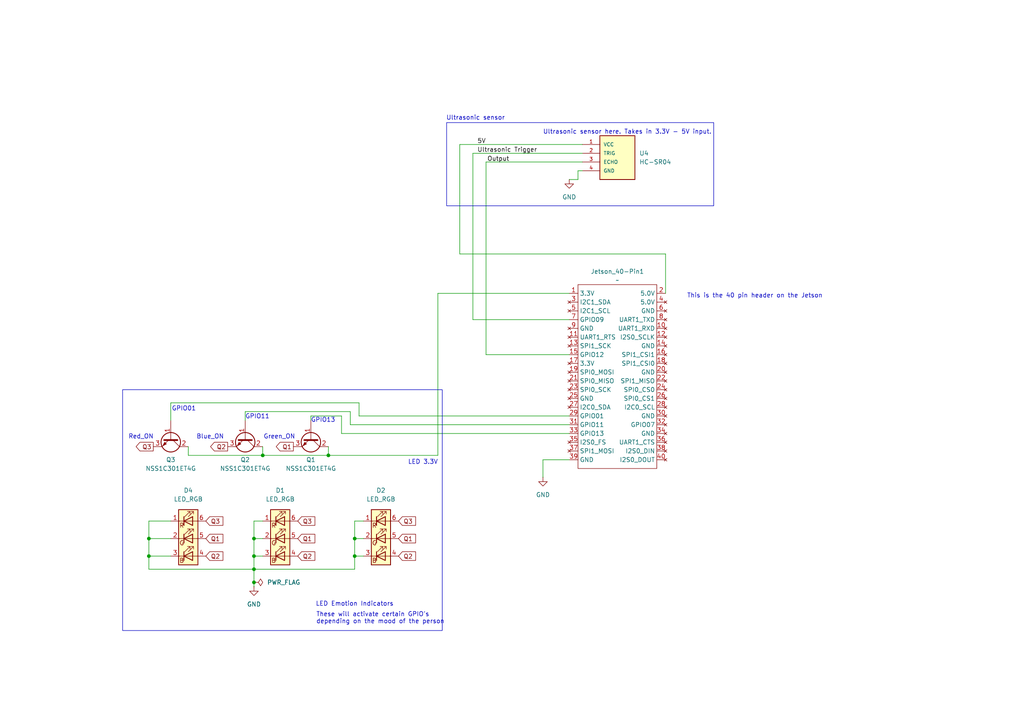
<source format=kicad_sch>
(kicad_sch (version 20231120) (generator "eeschema") (generator_version "8.0")
  (paper "A4")
  (title_block (title "Emotion-Adaptive-Smart-Home") (date "2024-11-06") (rev "3") (company "411 Group 6") (comment 1 "Kamal Smith") (comment 2 "Kilo Bao") (comment 3 "Luan Nguyen") (comment 4 "Samuel Shen"))
  (lib_symbols
    (symbol "Device:LED_RGB" (pin_names (offset 0) hide)
      (property "Reference" "D" (at 0 9.398 0))
      (property "Value" "LED_RGB" (at 0 -8.89 0))
      (symbol "LED_RGB_0_0"
        (text "B" (at -1.905 -6.35 0) (effects (font (size 1.27 1.27))))
        (text "G" (at -1.905 -1.27 0) (effects (font (size 1.27 1.27))))
        (text "R" (at -1.905 3.81 0) (effects (font (size 1.27 1.27))))
      )
      (symbol "LED_RGB_0_1"
        (polyline (pts (xy -1.27 -5.08) (xy -2.54 -5.08)))
        (polyline (pts (xy -1.27 -5.08) (xy 1.27 -5.08)))
        (polyline (pts (xy -1.27 -3.81) (xy -1.27 -6.35)) (stroke (width 0.254)))
        (polyline (pts (xy -1.27 0) (xy -2.54 0)))
        (polyline (pts (xy -1.27 1.27) (xy -1.27 -1.27)) (stroke (width 0.254)))
        (polyline (pts (xy -1.27 5.08) (xy -2.54 5.08)))
        (polyline (pts (xy -1.27 5.08) (xy 1.27 5.08)))
        (polyline (pts (xy -1.27 6.35) (xy -1.27 3.81)) (stroke (width 0.254)))
        (polyline (pts (xy 1.27 -5.08) (xy 2.54 -5.08)))
        (polyline (pts (xy 1.27 0) (xy -1.27 0)))
        (polyline (pts (xy 1.27 0) (xy 2.54 0)))
        (polyline (pts (xy 1.27 5.08) (xy 2.54 5.08)))
        (polyline (pts (xy -1.27 1.27) (xy -1.27 -1.27) (xy -1.27 -1.27)))
        (polyline (pts (xy -1.27 6.35) (xy -1.27 3.81) (xy -1.27 3.81)))
        (polyline (pts (xy 1.27 -3.81) (xy 1.27 -6.35) (xy -1.27 -5.08) (xy 1.27 -3.81)) (stroke (width 0.254)))
        (polyline (pts (xy 1.27 1.27) (xy 1.27 -1.27) (xy -1.27 0) (xy 1.27 1.27)) (stroke (width 0.254)))
        (polyline (pts (xy 1.27 6.35) (xy 1.27 3.81) (xy -1.27 5.08) (xy 1.27 6.35)) (stroke (width 0.254)))
        (polyline (pts (xy -1.016 -3.81) (xy 0.508 -2.286) (xy -0.254 -2.286) (xy 0.508 -2.286) (xy 0.508 -3.048)))
        (polyline (pts (xy -1.016 1.27) (xy 0.508 2.794) (xy -0.254 2.794) (xy 0.508 2.794) (xy 0.508 2.032)))
        (polyline (pts (xy -1.016 6.35) (xy 0.508 7.874) (xy -0.254 7.874) (xy 0.508 7.874) (xy 0.508 7.112)))
        (polyline (pts (xy 0 -3.81) (xy 1.524 -2.286) (xy 0.762 -2.286) (xy 1.524 -2.286) (xy 1.524 -3.048)))
        (polyline (pts (xy 0 1.27) (xy 1.524 2.794) (xy 0.762 2.794) (xy 1.524 2.794) (xy 1.524 2.032)))
        (polyline (pts (xy 0 6.35) (xy 1.524 7.874) (xy 0.762 7.874) (xy 1.524 7.874) (xy 1.524 7.112)))
        (rectangle (start 1.27 -1.27) (end 1.27 1.27))
        (rectangle (start 1.27 1.27) (end 1.27 1.27))
        (rectangle (start 1.27 3.81) (end 1.27 6.35))
        (rectangle (start 1.27 6.35) (end 1.27 6.35))
        (rectangle (start 2.794 8.382) (end -2.794 -7.62) (stroke (width 0.254)) (fill (type background)))
      )
      (symbol "LED_RGB_1_1"
        (pin passive line (at -5.08 5.08 0) (length 2.54) (name "RK") (number "1"))
        (pin passive line (at -5.08 0 0) (length 2.54) (name "GK") (number "2"))
        (pin passive line (at -5.08 -5.08 0) (length 2.54) (name "BK") (number "3"))
        (pin passive line (at 5.08 -5.08 180) (length 2.54) (name "BA") (number "4"))
        (pin passive line (at 5.08 0 180) (length 2.54) (name "GA") (number "5"))
        (pin passive line (at 5.08 5.08 180) (length 2.54) (name "RA") (number "6"))
      )
    )
    (symbol "Device:Q_NPN_BCE" (pin_names (offset 0) hide)
      (property "Reference" "Q3" (at 6.35 0 90))
      (property "Value" "NSS1C301ET4G" (at 8.89 0 90))
      (symbol "Q_NPN_BCE_0_1"
        (polyline (pts (xy 0.635 0.635) (xy 2.54 2.54)))
        (polyline (pts (xy 0.635 -0.635) (xy 2.54 -2.54) (xy 2.54 -2.54)))
        (polyline (pts (xy 0.635 1.905) (xy 0.635 -1.905) (xy 0.635 -1.905)) (stroke (width 0.508)))
        (polyline (pts (xy 1.27 -1.778) (xy 1.778 -1.27) (xy 2.286 -2.286) (xy 1.27 -1.778) (xy 1.27 -1.778)) (fill (type outline)))
        (circle (center 1.27 0) (radius 2.8194) (stroke (width 0.254)))
      )
      (symbol "Q_NPN_BCE_1_1"
        (pin input line (at -5.08 0 0) (length 5.715) (name "B") (number "1"))
        (pin passive line (at 2.54 5.08 270) (length 2.54) (name "C") (number "2"))
        (pin passive line (at 2.54 -5.08 90) (length 2.54) (name "E") (number "3"))
      )
    )
    (symbol "HC-SR04:HC-SR04" (pin_names (offset 1.016))
      (property "Reference" "U" (at 0 5.0813 0))
      (property "Value" "HC-SR04" (at 0 -10.163 0))
      (symbol "HC-SR04_0_0"
        (rectangle (start 0 -7.62) (end 10.16 5.08) (stroke (width 0.254)) (fill (type background)))
        (pin power_in line (at -5.08 2.54 0) (length 5.08) (name "VCC") (number "1"))
        (pin bidirectional line (at -5.08 0 0) (length 5.08) (name "TRIG") (number "2"))
        (pin bidirectional line (at -5.08 -2.54 0) (length 5.08) (name "ECHO") (number "3"))
        (pin power_in line (at -5.08 -5.08 0) (length 5.08) (name "GND") (number "4"))
      )
    )
    (symbol "JetsonNano40pin_1"
      (property "Reference" "Jetson_40-Pin1" (at 0 44.45 0))
      (property "Value" "~" (at 0 41.91 0))
      (symbol "JetsonNano40pin_1_0_0"
        (pin input line (at -13.97 -10.16 0) (length 2.54) (name "GND") (number "39"))
      )
      (symbol "JetsonNano40pin_1_1_0"
        (pin power_out line (at -13.97 38.1 0) (length 2.54) (name "3.3V") (number "1"))
        (pin no_connect line (at 13.97 27.94 180) (length 2.54) (name "UART1_RXD") (number "10"))
        (pin no_connect line (at -13.97 25.4 0) (length 2.54) (name "UART1_RTS") (number "11"))
        (pin no_connect line (at 13.97 25.4 180) (length 2.54) (name "I2S0_SCLK") (number "12"))
        (pin no_connect line (at -13.97 22.86 0) (length 2.54) (name "SPI1_SCK") (number "13"))
        (pin no_connect line (at 13.97 22.86 180) (length 2.54) (name "GND") (number "14"))
        (pin bidirectional line (at -13.97 20.32 0) (length 2.54) (name "GPIO12") (number "15"))
        (pin no_connect line (at 13.97 20.32 180) (length 2.54) (name "SPI1_CSI1") (number "16"))
        (pin no_connect line (at -13.97 17.78 0) (length 2.54) (name "3.3V") (number "17"))
        (pin no_connect line (at 13.97 17.78 180) (length 2.54) (name "SPI1_CSI0") (number "18"))
        (pin no_connect line (at -13.97 15.24 0) (length 2.54) (name "SPI0_MOSI") (number "19"))
        (pin power_out line (at 13.97 38.1 180) (length 2.54) (name "5.0V") (number "2"))
        (pin no_connect line (at 13.97 15.24 180) (length 2.54) (name "GND") (number "20"))
        (pin no_connect line (at -13.97 12.7 0) (length 2.54) (name "SPI0_MISO") (number "21"))
        (pin no_connect line (at 13.97 12.7 180) (length 2.54) (name "SPI1_MISO") (number "22"))
        (pin no_connect line (at -13.97 10.16 0) (length 2.54) (name "SPI0_SCK") (number "23"))
        (pin no_connect line (at 13.97 10.16 180) (length 2.54) (name "SPI0_CS0") (number "24"))
        (pin no_connect line (at -13.97 7.62 0) (length 2.54) (name "GND") (number "25"))
        (pin no_connect line (at 13.97 7.62 180) (length 2.54) (name "SPI0_CS1") (number "26"))
        (pin no_connect line (at -13.97 5.08 0) (length 2.54) (name "I2C0_SDA") (number "27"))
        (pin no_connect line (at 13.97 5.08 180) (length 2.54) (name "I2C0_SCL") (number "28"))
        (pin bidirectional line (at -13.97 2.54 0) (length 2.54) (name "GPIO01") (number "29"))
        (pin no_connect line (at -13.97 35.56 0) (length 2.54) (name "I2C1_SDA") (number "3"))
        (pin no_connect line (at 13.97 2.54 180) (length 2.54) (name "GND") (number "30"))
        (pin bidirectional line (at -13.97 0 0) (length 2.54) (name "GPIO11") (number "31"))
        (pin no_connect line (at 13.97 0 180) (length 2.54) (name "GPIO07") (number "32"))
        (pin bidirectional line (at -13.97 -2.54 0) (length 2.54) (name "GPIO13") (number "33"))
        (pin no_connect line (at 13.97 -2.54 180) (length 2.54) (name "GND") (number "34"))
        (pin no_connect line (at -13.97 -5.08 0) (length 2.54) (name "I2S0_FS") (number "35"))
        (pin no_connect line (at 13.97 -5.08 180) (length 2.54) (name "UART1_CTS") (number "36"))
        (pin no_connect line (at -13.97 -7.62 0) (length 2.54) (name "SPI1_MOSI") (number "37"))
        (pin no_connect line (at 13.97 -7.62 180) (length 2.54) (name "I2S0_DIN") (number "38"))
        (pin no_connect line (at 13.97 35.56 180) (length 2.54) (name "5.0V") (number "4"))
        (pin no_connect line (at 13.97 -10.16 180) (length 2.54) (name "I2S0_DOUT") (number "40"))
        (pin no_connect line (at -13.97 33.02 0) (length 2.54) (name "I2C1_SCL") (number "5"))
        (pin no_connect line (at 13.97 33.02 180) (length 2.54) (name "GND") (number "6"))
        (pin bidirectional line (at -13.97 30.48 0) (length 2.54) (name "GPIO09") (number "7"))
        (pin no_connect line (at 13.97 30.48 180) (length 2.54) (name "UART1_TXD") (number "8"))
        (pin no_connect line (at -13.97 27.94 0) (length 2.54) (name "GND") (number "9"))
      )
      (symbol "JetsonNano40pin_1_1_1"
        (rectangle (start -11.43 40.64) (end 11.43 -12.7))
      )
    )
    (symbol "Q_NPN_BCE_1" (pin_names (offset 0) hide)
      (property "Reference" "Q2" (at 6.35 0 90))
      (property "Value" "NSS1C301ET4G" (at 8.89 0 90))
      (symbol "Q_NPN_BCE_1_0_1"
        (polyline (pts (xy 0.635 0.635) (xy 2.54 2.54)))
        (polyline (pts (xy 0.635 -0.635) (xy 2.54 -2.54) (xy 2.54 -2.54)))
        (polyline (pts (xy 0.635 1.905) (xy 0.635 -1.905) (xy 0.635 -1.905)) (stroke (width 0.508)))
        (polyline (pts (xy 1.27 -1.778) (xy 1.778 -1.27) (xy 2.286 -2.286) (xy 1.27 -1.778) (xy 1.27 -1.778)) (fill (type outline)))
        (circle (center 1.27 0) (radius 2.8194) (stroke (width 0.254)))
      )
      (symbol "Q_NPN_BCE_1_1_1"
        (pin input line (at -5.08 0 0) (length 5.715) (name "B") (number "1"))
        (pin passive line (at 2.54 5.08 270) (length 2.54) (name "C") (number "2"))
        (pin passive line (at 2.54 -5.08 90) (length 2.54) (name "E") (number "3"))
      )
    )
    (symbol "Q_NPN_BCE_2" (pin_names (offset 0) hide)
      (property "Reference" "Q1" (at 6.35 0 90))
      (property "Value" "NSS1C301ET4G" (at 8.89 0 90))
      (symbol "Q_NPN_BCE_2_0_1"
        (polyline (pts (xy 0.635 0.635) (xy 2.54 2.54)))
        (polyline (pts (xy 0.635 -0.635) (xy 2.54 -2.54) (xy 2.54 -2.54)))
        (polyline (pts (xy 0.635 1.905) (xy 0.635 -1.905) (xy 0.635 -1.905)) (stroke (width 0.508)))
        (polyline (pts (xy 1.27 -1.778) (xy 1.778 -1.27) (xy 2.286 -2.286) (xy 1.27 -1.778) (xy 1.27 -1.778)) (fill (type outline)))
        (circle (center 1.27 0) (radius 2.8194) (stroke (width 0.254)))
      )
      (symbol "Q_NPN_BCE_2_1_1"
        (pin input line (at -5.08 0 0) (length 5.715) (name "B") (number "1"))
        (pin passive line (at 2.54 5.08 270) (length 2.54) (name "C") (number "2"))
        (pin passive line (at 2.54 -5.08 90) (length 2.54) (name "E") (number "3"))
      )
    )
    (symbol "power:GND" (power) (pin_numbers hide) (pin_names (offset 0) hide)
      (property "Value" "GND" (at 0 -3.81 0))
      (symbol "GND_0_1"
        (polyline (pts (xy 0 0) (xy 0 -1.27) (xy 1.27 -1.27) (xy 0 -2.54) (xy -1.27 -1.27) (xy 0 -1.27)))
      )
      (symbol "GND_1_1"
        (pin power_in line (at 0 0 270) (length 0) (name "~") (number "1"))
      )
    )
    (symbol "power:PWR_FLAG" (power) (pin_numbers hide) (pin_names (offset 0) hide)
      (property "Value" "PWR_FLAG" (at 0 3.81 0))
      (symbol "PWR_FLAG_0_0"
        (pin power_out line (at 0 0 90) (length 0) (name "~") (number "1"))
      )
      (symbol "PWR_FLAG_0_1"
        (polyline (pts (xy 0 0) (xy 0 1.27) (xy -1.016 1.905) (xy 0 2.54) (xy 1.016 1.905) (xy 0 1.27)))
      )
    )
  )
  (junction (at 73.66 161.29))
  (junction (at 73.66 156.21))
  (junction (at 43.18 161.29))
  (junction (at 73.66 168.91))
  (junction (at 43.18 156.21))
  (junction (at 95.25 132.08))
  (junction (at 102.87 156.21))
  (junction (at 76.2 132.08))
  (junction (at 73.66 165.1))
  (junction (at 102.87 161.29))
  (wire (pts (xy 140.97 46.99) (xy 140.97 102.87)))
  (wire (pts (xy 165.1 120.65) (xy 104.14 120.65)))
  (wire (pts (xy 168.91 41.91) (xy 133.35 41.91)))
  (wire (pts (xy 43.18 161.29) (xy 43.18 165.1)))
  (wire (pts (xy 43.18 151.13) (xy 43.18 156.21)))
  (wire (pts (xy 157.48 133.35) (xy 157.48 138.43)))
  (wire (pts (xy 71.12 119.38) (xy 71.12 121.92)))
  (wire (pts (xy 43.18 165.1) (xy 73.66 165.1)))
  (wire (pts (xy 101.6 119.38) (xy 71.12 119.38)))
  (wire (pts (xy 95.25 129.54) (xy 95.25 132.08)))
  (wire (pts (xy 73.66 170.18) (xy 73.66 168.91)))
  (wire (pts (xy 193.04 73.66) (xy 193.04 85.09)))
  (wire (pts (xy 133.35 73.66) (xy 193.04 73.66)))
  (wire (pts (xy 165.1 125.73) (xy 99.06 125.73)))
  (wire (pts (xy 168.91 46.99) (xy 140.97 46.99)))
  (wire (pts (xy 167.64 49.53) (xy 168.91 49.53)))
  (wire (pts (xy 73.66 161.29) (xy 76.2 161.29)))
  (wire (pts (xy 76.2 156.21) (xy 73.66 156.21)))
  (wire (pts (xy 90.17 120.65) (xy 90.17 121.92)))
  (wire (pts (xy 127 85.09) (xy 127 132.08)))
  (wire (pts (xy 102.87 151.13) (xy 102.87 156.21)))
  (wire (pts (xy 137.16 44.45) (xy 137.16 92.71)))
  (wire (pts (xy 165.1 85.09) (xy 127 85.09)))
  (wire (pts (xy 104.14 116.84) (xy 49.53 116.84)))
  (wire (pts (xy 95.25 132.08) (xy 76.2 132.08)))
  (wire (pts (xy 105.41 156.21) (xy 102.87 156.21)))
  (wire (pts (xy 54.61 132.08) (xy 76.2 132.08)))
  (wire (pts (xy 140.97 102.87) (xy 165.1 102.87)))
  (wire (pts (xy 54.61 129.54) (xy 54.61 132.08)))
  (wire (pts (xy 99.06 120.65) (xy 90.17 120.65)))
  (wire (pts (xy 102.87 165.1) (xy 73.66 165.1)))
  (wire (pts (xy 49.53 116.84) (xy 49.53 121.92)))
  (wire (pts (xy 133.35 41.91) (xy 133.35 73.66)))
  (wire (pts (xy 76.2 151.13) (xy 73.66 151.13)))
  (wire (pts (xy 157.48 133.35) (xy 165.1 133.35)))
  (wire (pts (xy 102.87 161.29) (xy 102.87 165.1)))
  (wire (pts (xy 43.18 156.21) (xy 43.18 161.29)))
  (wire (pts (xy 165.1 123.19) (xy 101.6 123.19)))
  (wire (pts (xy 43.18 156.21) (xy 49.53 156.21)))
  (wire (pts (xy 167.64 49.53) (xy 167.64 52.07)))
  (wire (pts (xy 73.66 156.21) (xy 73.66 161.29)))
  (wire (pts (xy 102.87 161.29) (xy 105.41 161.29)))
  (wire (pts (xy 127 132.08) (xy 95.25 132.08)))
  (wire (pts (xy 49.53 151.13) (xy 43.18 151.13)))
  (wire (pts (xy 73.66 151.13) (xy 73.66 156.21)))
  (wire (pts (xy 137.16 92.71) (xy 165.1 92.71)))
  (wire (pts (xy 43.18 161.29) (xy 49.53 161.29)))
  (wire (pts (xy 167.64 52.07) (xy 165.1 52.07)))
  (wire (pts (xy 104.14 120.65) (xy 104.14 116.84)))
  (wire (pts (xy 76.2 129.54) (xy 76.2 132.08)))
  (wire (pts (xy 99.06 125.73) (xy 99.06 120.65)))
  (wire (pts (xy 102.87 156.21) (xy 102.87 161.29)))
  (wire (pts (xy 105.41 151.13) (xy 102.87 151.13)))
  (wire (pts (xy 73.66 168.91) (xy 73.66 165.1)))
  (wire (pts (xy 73.66 165.1) (xy 73.66 161.29)))
  (wire (pts (xy 101.6 123.19) (xy 101.6 119.38)))
  (wire (pts (xy 168.91 44.45) (xy 137.16 44.45)))
  (rectangle (start 129.54 35.56) (end 207.01 59.69))
  (rectangle (start 35.56 113.03) (end 128.27 182.88))
  (text "GPIO11" (at 74.676 120.904 0) (effects (font (size 1.27 1.27))))
  (text "GPIO13" (at 93.726 121.92 0) (effects (font (size 1.27 1.27))))
  (text "This is the 40 pin header on the Jetson\n" (at 218.948 85.852 0) (effects (font (size 1.27 1.27))))
  (text "Ultrasonic sensor here. Takes in 3.3V - 5V input." (at 157.48 38.354 0) (effects (font (size 1.27 1.27)) (justify left)))
  (text "Blue_ON\n\n" (at 60.96 127.762 0) (effects (font (size 1.27 1.27))))
  (text "LED Emotion Indicators" (at 102.87 175.26 0) (effects (font (size 1.27 1.27))))
  (text "Ultrasonic sensor " (at 138.43 34.29 0) (effects (font (size 1.27 1.27))))
  (text "LED 3.3V" (at 122.682 134.112 0) (effects (font (size 1.27 1.27))))
  (text "These will activate certain GPIO's\ndepending on the mood of the person" (at 91.694 179.324 0) (effects (font (size 1.27 1.27)) (justify left)))
  (text "Green_ON" (at 81.026 126.746 0) (effects (font (size 1.27 1.27))))
  (text "Output\n" (at 144.526 46.228 0) (effects (font (size 1.27 1.27))))
  (text "Red_ON\n\n" (at 40.894 127.762 0) (effects (font (size 1.27 1.27))))
  (text "GPIO01" (at 53.34 118.618 0) (effects (font (size 1.27 1.27))))
  (label "Ultrasonic Trigger" (at 138.43 44.45 0))
  (label "5V" (at 138.43 41.91 0))
  (global_label "Q3" (shape input) (at 86.36 151.13 0) (property "Intersheetrefs" "${INTERSHEET_REFS}" (effects (hide yes))))
  (global_label "Q3" (shape output) (at 44.45 129.54 180) (property "Intersheetrefs" "${INTERSHEET_REFS}" (effects (hide yes))))
  (global_label "Q1" (shape input) (at 59.69 156.21 0) (property "Intersheetrefs" "${INTERSHEET_REFS}" (effects (hide yes))))
  (global_label "Q3" (shape input) (at 115.57 151.13 0) (property "Intersheetrefs" "${INTERSHEET_REFS}" (effects (hide yes))))
  (global_label "Q1" (shape input) (at 86.36 156.21 0) (property "Intersheetrefs" "${INTERSHEET_REFS}" (effects (hide yes))))
  (global_label "Q2" (shape input) (at 115.57 161.29 0) (property "Intersheetrefs" "${INTERSHEET_REFS}" (effects (hide yes))))
  (global_label "Q2" (shape input) (at 59.69 161.29 0) (property "Intersheetrefs" "${INTERSHEET_REFS}" (effects (hide yes))))
  (global_label "Q2" (shape output) (at 66.04 129.54 180) (property "Intersheetrefs" "${INTERSHEET_REFS}" (effects (hide yes))))
  (global_label "Q3" (shape input) (at 59.69 151.13 0) (property "Intersheetrefs" "${INTERSHEET_REFS}" (effects (hide yes))))
  (global_label "Q1" (shape input) (at 115.57 156.21 0) (property "Intersheetrefs" "${INTERSHEET_REFS}" (effects (hide yes))))
  (global_label "Q2" (shape input) (at 86.36 161.29 0) (property "Intersheetrefs" "${INTERSHEET_REFS}" (effects (hide yes))))
  (global_label "Q1" (shape output) (at 85.09 129.54 180) (property "Intersheetrefs" "${INTERSHEET_REFS}" (effects (hide yes))))
  (symbol (lib_name "JetsonNano40pin_1") (lib_id "JetsonNano40pin:JetsonNano40pin") (at 179.07 123.19 0) (unit 1)
    (property "Reference" "Jetson_40-Pin1" (at 179.07 78.74 0))
    (property "Value" "~" (at 179.07 81.28 0))
    (property "Footprint" "Connector_PinHeader_2.54mm:PinHeader_2x40_P2.54mm_Vertical" (effects (hide yes)))
  )
  (symbol (lib_id "Device:LED_RGB") (at 81.28 156.21 0) (unit 1)
    (property "Reference" "D1" (at 81.28 142.24 0))
    (property "Value" "LED_RGB" (at 81.28 144.78 0))
    (property "Footprint" "LED_SMD:LED_RGB_5050-6" (effects (hide yes)))
    (property "Description" "RGB LED, 6 pin package" (effects (hide yes)))
  )
  (symbol (lib_id "Device:Q_NPN_BCE") (at 49.53 127 270) (unit 1)
    (property "Reference" "Q3" (at 49.53 133.35 90))
    (property "Value" "NSS1C301ET4G" (at 49.53 135.89 90))
    (property "Footprint" "NSS1C301ET4G:DPAK-4_6P22X6P73_ONS" (effects (hide yes)))
    (property "Description" "NPN transistor, base/collector/emitter" (effects (hide yes)))
  )
  (symbol (lib_id "Device:LED_RGB") (at 110.49 156.21 0) (unit 1)
    (property "Reference" "D2" (at 110.49 142.24 0))
    (property "Value" "LED_RGB" (at 110.49 144.78 0))
    (property "Footprint" "LED_SMD:LED_RGB_5050-6" (effects (hide yes)))
    (property "Description" "RGB LED, 6 pin package" (effects (hide yes)))
  )
  (symbol (lib_id "Device:LED_RGB") (at 54.61 156.21 0) (unit 1)
    (property "Reference" "D4" (at 54.61 142.24 0))
    (property "Value" "LED_RGB" (at 54.61 144.78 0))
    (property "Footprint" "LED_SMD:LED_RGB_5050-6" (effects (hide yes)))
    (property "Description" "RGB LED, 6 pin package" (effects (hide yes)))
  )
  (symbol (lib_id "HC-SR04:HC-SR04") (at 173.99 44.45 0) (unit 1)
    (property "Reference" "U4" (at 185.42 44.4499 0) (effects (justify left)))
    (property "Value" "HC-SR04" (at 185.42 46.9899 0) (effects (justify left)))
    (property "Footprint" "Connector_PinSocket_2.54mm:PinSocket_1x04_P2.54mm_Vertical" (effects (hide yes)))
    (property "MF" "SparkFun Electronics" (effects (hide yes)))
    (property "Description_1" "\n                        \n                            HC-SR04 Ultrasonic Sensor Qwiic Platform Evaluation Expansion Board\n                        \n" (effects (hide yes)))
    (property "Package" "None" (effects (hide yes)))
    (property "Price" "None" (effects (hide yes)))
    (property "Check_prices" "https://www.snapeda.com/parts/HC-SR04/SparkFun+Electronics/view-part/?ref=eda" (effects (hide yes)))
    (property "SnapEDA_Link" "https://www.snapeda.com/parts/HC-SR04/SparkFun+Electronics/view-part/?ref=snap" (effects (hide yes)))
    (property "MP" "HC-SR04" (effects (hide yes)))
    (property "Availability" "Not in stock" (effects (hide yes)))
    (property "MANUFACTURER" "Osepp" (effects (hide yes)))
  )
  (symbol (lib_id "power:GND") (at 157.48 138.43 0) (unit 1)
    (property "Reference" "#PWR017" (effects (hide yes)))
    (property "Value" "GND" (at 157.48 143.51 0))
    (property "Description" "Power symbol creates a global label with name \"GND\" , ground" (effects (hide yes)))
  )
  (symbol (lib_name "Q_NPN_BCE_1") (lib_id "Device:Q_NPN_BCE") (at 71.12 127 270) (unit 1)
    (property "Reference" "Q2" (at 71.12 133.35 90))
    (property "Value" "NSS1C301ET4G" (at 71.12 135.89 90))
    (property "Footprint" "NSS1C301ET4G:DPAK-4_6P22X6P73_ONS" (effects (hide yes)))
    (property "Description" "NPN transistor, base/collector/emitter" (effects (hide yes)))
  )
  (symbol (lib_id "power:GND") (at 165.1 52.07 0) (unit 1)
    (property "Reference" "#PWR018" (effects (hide yes)))
    (property "Value" "GND" (at 165.1 57.15 0))
    (property "Description" "Power symbol creates a global label with name \"GND\" , ground" (effects (hide yes)))
  )
  (symbol (lib_id "power:PWR_FLAG") (at 73.66 168.91 270) (unit 1)
    (property "Reference" "#FLG01" (effects (hide yes)))
    (property "Value" "PWR_FLAG" (at 77.47 168.9099 90) (effects (justify left)))
    (property "Description" "Special symbol for telling ERC where power comes from" (effects (hide yes)))
  )
  (symbol (lib_name "Q_NPN_BCE_2") (lib_id "Device:Q_NPN_BCE") (at 90.17 127 270) (unit 1)
    (property "Reference" "Q1" (at 90.17 133.35 90))
    (property "Value" "NSS1C301ET4G" (at 90.17 135.89 90))
    (property "Footprint" "NSS1C301ET4G:DPAK-4_6P22X6P73_ONS" (effects (hide yes)))
    (property "Description" "NPN transistor, base/collector/emitter" (effects (hide yes)))
  )
  (symbol (lib_id "power:GND") (at 73.66 170.18 0) (unit 1)
    (property "Reference" "#PWR01" (effects (hide yes)))
    (property "Value" "GND" (at 73.66 175.26 0))
    (property "Description" "Power symbol creates a global label with name \"GND\" , ground" (effects (hide yes)))
  )
)
</source>
